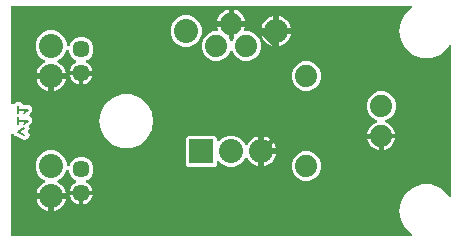
<source format=gbr>
G04 EAGLE Gerber RS-274X export*
G75*
%MOMM*%
%FSLAX34Y34*%
%LPD*%
%INBottom Copper*%
%IPPOS*%
%AMOC8*
5,1,8,0,0,1.08239X$1,22.5*%
G01*
%ADD10C,0.203200*%
%ADD11C,1.447800*%
%ADD12C,1.879600*%
%ADD13R,2.032000X2.032000*%
%ADD14C,2.032000*%
%ADD15C,0.406400*%

G36*
X342405Y4069D02*
X342405Y4069D01*
X342440Y4067D01*
X342562Y4089D01*
X342685Y4105D01*
X342718Y4118D01*
X342753Y4124D01*
X342865Y4176D01*
X342981Y4222D01*
X343009Y4242D01*
X343041Y4257D01*
X343138Y4336D01*
X343238Y4408D01*
X343261Y4436D01*
X343288Y4458D01*
X343361Y4558D01*
X343441Y4653D01*
X343456Y4685D01*
X343477Y4714D01*
X343523Y4829D01*
X343576Y4941D01*
X343583Y4976D01*
X343596Y5009D01*
X343613Y5132D01*
X343636Y5253D01*
X343634Y5289D01*
X343639Y5324D01*
X343624Y5447D01*
X343616Y5571D01*
X343605Y5605D01*
X343601Y5640D01*
X343556Y5756D01*
X343518Y5873D01*
X343499Y5903D01*
X343487Y5936D01*
X343414Y6037D01*
X343348Y6142D01*
X343322Y6166D01*
X343302Y6195D01*
X343185Y6306D01*
X338015Y10644D01*
X334029Y17549D01*
X332645Y25400D01*
X334029Y33251D01*
X338015Y40155D01*
X344122Y45280D01*
X351614Y48007D01*
X359586Y48007D01*
X367078Y45280D01*
X373185Y40156D01*
X374567Y37762D01*
X374655Y37646D01*
X374740Y37528D01*
X374751Y37519D01*
X374759Y37509D01*
X374873Y37418D01*
X374985Y37325D01*
X374998Y37319D01*
X375008Y37311D01*
X375142Y37251D01*
X375273Y37190D01*
X375286Y37187D01*
X375299Y37182D01*
X375443Y37157D01*
X375586Y37130D01*
X375599Y37131D01*
X375612Y37128D01*
X375758Y37141D01*
X375903Y37150D01*
X375916Y37154D01*
X375929Y37155D01*
X376067Y37203D01*
X376205Y37248D01*
X376217Y37255D01*
X376230Y37259D01*
X376351Y37340D01*
X376474Y37418D01*
X376483Y37428D01*
X376495Y37435D01*
X376592Y37543D01*
X376692Y37649D01*
X376699Y37661D01*
X376708Y37671D01*
X376775Y37801D01*
X376846Y37928D01*
X376849Y37941D01*
X376855Y37953D01*
X376889Y38095D01*
X376925Y38236D01*
X376926Y38254D01*
X376928Y38263D01*
X376928Y38280D01*
X376935Y38397D01*
X376935Y164803D01*
X376917Y164948D01*
X376902Y165093D01*
X376897Y165106D01*
X376895Y165119D01*
X376842Y165254D01*
X376791Y165391D01*
X376783Y165402D01*
X376778Y165415D01*
X376693Y165532D01*
X376610Y165652D01*
X376599Y165661D01*
X376592Y165672D01*
X376480Y165765D01*
X376369Y165860D01*
X376357Y165866D01*
X376347Y165875D01*
X376216Y165937D01*
X376084Y166002D01*
X376071Y166005D01*
X376059Y166010D01*
X375917Y166038D01*
X375773Y166068D01*
X375760Y166068D01*
X375747Y166070D01*
X375602Y166061D01*
X375456Y166055D01*
X375442Y166051D01*
X375429Y166050D01*
X375291Y166006D01*
X375151Y165963D01*
X375139Y165956D01*
X375127Y165952D01*
X375004Y165875D01*
X374879Y165799D01*
X374869Y165789D01*
X374858Y165782D01*
X374758Y165676D01*
X374656Y165572D01*
X374646Y165557D01*
X374640Y165551D01*
X374632Y165536D01*
X374567Y165438D01*
X373185Y163045D01*
X367078Y157920D01*
X359586Y155193D01*
X351614Y155193D01*
X344122Y157920D01*
X338015Y163044D01*
X334029Y169949D01*
X332645Y177800D01*
X334029Y185651D01*
X338015Y192555D01*
X343185Y196894D01*
X343209Y196920D01*
X343238Y196940D01*
X343317Y197036D01*
X343401Y197127D01*
X343418Y197158D01*
X343441Y197185D01*
X343494Y197298D01*
X343553Y197407D01*
X343561Y197441D01*
X343576Y197473D01*
X343599Y197595D01*
X343630Y197715D01*
X343629Y197751D01*
X343636Y197786D01*
X343628Y197909D01*
X343627Y198033D01*
X343618Y198068D01*
X343616Y198103D01*
X343578Y198221D01*
X343546Y198341D01*
X343529Y198372D01*
X343518Y198405D01*
X343452Y198510D01*
X343391Y198619D01*
X343367Y198644D01*
X343348Y198674D01*
X343258Y198759D01*
X343172Y198849D01*
X343142Y198868D01*
X343116Y198892D01*
X343008Y198952D01*
X342903Y199018D01*
X342869Y199029D01*
X342838Y199046D01*
X342718Y199077D01*
X342600Y199114D01*
X342564Y199116D01*
X342530Y199125D01*
X342369Y199135D01*
X5334Y199135D01*
X5216Y199120D01*
X5097Y199113D01*
X5059Y199100D01*
X5018Y199095D01*
X4908Y199052D01*
X4795Y199015D01*
X4760Y198993D01*
X4723Y198978D01*
X4627Y198909D01*
X4526Y198845D01*
X4498Y198815D01*
X4465Y198792D01*
X4389Y198700D01*
X4308Y198613D01*
X4288Y198578D01*
X4263Y198547D01*
X4212Y198439D01*
X4154Y198335D01*
X4144Y198295D01*
X4127Y198259D01*
X4105Y198142D01*
X4075Y198027D01*
X4071Y197967D01*
X4067Y197947D01*
X4069Y197926D01*
X4065Y197866D01*
X4065Y117021D01*
X4081Y116896D01*
X4087Y116791D01*
X4092Y116775D01*
X4095Y116745D01*
X4102Y116726D01*
X4105Y116705D01*
X4156Y116577D01*
X4165Y116550D01*
X4185Y116489D01*
X4190Y116481D01*
X4203Y116445D01*
X4214Y116429D01*
X4222Y116410D01*
X4303Y116297D01*
X4347Y116233D01*
X4355Y116220D01*
X4357Y116218D01*
X4381Y116182D01*
X4397Y116169D01*
X4408Y116152D01*
X4516Y116064D01*
X4620Y115972D01*
X4638Y115963D01*
X4653Y115950D01*
X4779Y115890D01*
X4903Y115827D01*
X4923Y115823D01*
X4941Y115814D01*
X5077Y115788D01*
X5213Y115758D01*
X5234Y115758D01*
X5253Y115754D01*
X5329Y115759D01*
X5334Y115759D01*
X5341Y115759D01*
X5357Y115761D01*
X5392Y115763D01*
X5531Y115767D01*
X5551Y115773D01*
X5571Y115774D01*
X5640Y115797D01*
X5656Y115799D01*
X5702Y115816D01*
X5703Y115817D01*
X5837Y115856D01*
X5854Y115866D01*
X5873Y115872D01*
X5925Y115905D01*
X5952Y115916D01*
X6011Y115959D01*
X6111Y116017D01*
X6132Y116036D01*
X6142Y116042D01*
X6156Y116057D01*
X6198Y116094D01*
X6210Y116102D01*
X6215Y116109D01*
X6231Y116124D01*
X8222Y118114D01*
X11590Y118114D01*
X13930Y115774D01*
X14008Y115714D01*
X14080Y115646D01*
X14133Y115617D01*
X14181Y115580D01*
X14272Y115540D01*
X14358Y115492D01*
X14417Y115477D01*
X14473Y115453D01*
X14571Y115438D01*
X14666Y115413D01*
X14766Y115407D01*
X14787Y115403D01*
X14799Y115405D01*
X14827Y115403D01*
X19725Y115403D01*
X20892Y114235D01*
X22106Y113022D01*
X22106Y109654D01*
X20560Y108109D01*
X20009Y107558D01*
X19936Y107464D01*
X19858Y107375D01*
X19839Y107339D01*
X19814Y107307D01*
X19767Y107197D01*
X19713Y107091D01*
X19704Y107052D01*
X19688Y107015D01*
X19669Y106897D01*
X19643Y106781D01*
X19644Y106741D01*
X19638Y106701D01*
X19649Y106582D01*
X19653Y106463D01*
X19664Y106424D01*
X19668Y106384D01*
X19708Y106272D01*
X19741Y106158D01*
X19762Y106123D01*
X19776Y106085D01*
X19842Y105986D01*
X19903Y105884D01*
X19943Y105839D01*
X19954Y105822D01*
X19969Y105808D01*
X20009Y105763D01*
X20892Y104880D01*
X22106Y103666D01*
X22106Y100299D01*
X20560Y98754D01*
X19611Y97805D01*
X19566Y97746D01*
X19513Y97694D01*
X19469Y97621D01*
X19416Y97553D01*
X19387Y97485D01*
X19348Y97421D01*
X19324Y97340D01*
X19290Y97262D01*
X19278Y97188D01*
X19257Y97117D01*
X19254Y97032D01*
X19240Y96948D01*
X19247Y96873D01*
X19244Y96799D01*
X19262Y96716D01*
X19270Y96631D01*
X19295Y96561D01*
X19311Y96488D01*
X19374Y96340D01*
X19718Y95651D01*
X18844Y93029D01*
X18842Y93020D01*
X18838Y93012D01*
X18811Y92865D01*
X18782Y92717D01*
X18782Y92708D01*
X18781Y92699D01*
X18791Y92550D01*
X18799Y92400D01*
X18802Y92391D01*
X18803Y92382D01*
X18844Y92226D01*
X19718Y89604D01*
X18212Y86592D01*
X15017Y85527D01*
X8427Y88822D01*
X8418Y88826D01*
X8410Y88831D01*
X8261Y88891D01*
X7006Y89310D01*
X6972Y89359D01*
X6889Y89484D01*
X6882Y89490D01*
X6877Y89497D01*
X6764Y89596D01*
X6652Y89696D01*
X6644Y89700D01*
X6637Y89706D01*
X6585Y89736D01*
X6538Y89878D01*
X6489Y89981D01*
X6446Y90087D01*
X6420Y90124D01*
X6401Y90164D01*
X6327Y90252D01*
X6260Y90345D01*
X6225Y90373D01*
X6196Y90408D01*
X6103Y90475D01*
X6015Y90548D01*
X5974Y90567D01*
X5937Y90593D01*
X5830Y90634D01*
X5727Y90683D01*
X5683Y90692D01*
X5641Y90708D01*
X5527Y90721D01*
X5414Y90743D01*
X5370Y90740D01*
X5325Y90745D01*
X5211Y90730D01*
X5097Y90723D01*
X5054Y90709D01*
X5010Y90703D01*
X4904Y90660D01*
X4795Y90625D01*
X4757Y90601D01*
X4715Y90584D01*
X4623Y90516D01*
X4526Y90455D01*
X4495Y90422D01*
X4459Y90396D01*
X4386Y90307D01*
X4308Y90223D01*
X4286Y90184D01*
X4258Y90149D01*
X4210Y90045D01*
X4154Y89945D01*
X4143Y89901D01*
X4124Y89861D01*
X4104Y89748D01*
X4075Y89637D01*
X4071Y89569D01*
X4067Y89548D01*
X4068Y89529D01*
X4065Y89476D01*
X4065Y5334D01*
X4080Y5216D01*
X4087Y5097D01*
X4100Y5059D01*
X4105Y5018D01*
X4148Y4908D01*
X4185Y4795D01*
X4207Y4760D01*
X4222Y4723D01*
X4291Y4627D01*
X4355Y4526D01*
X4385Y4498D01*
X4408Y4465D01*
X4500Y4389D01*
X4587Y4308D01*
X4622Y4288D01*
X4653Y4263D01*
X4761Y4212D01*
X4865Y4154D01*
X4905Y4144D01*
X4941Y4127D01*
X5058Y4105D01*
X5173Y4075D01*
X5233Y4071D01*
X5253Y4067D01*
X5274Y4069D01*
X5334Y4065D01*
X342369Y4065D01*
X342405Y4069D01*
G37*
%LPC*%
G36*
X97614Y78993D02*
X97614Y78993D01*
X90122Y81720D01*
X84015Y86844D01*
X80029Y93749D01*
X78645Y101600D01*
X80029Y109451D01*
X84015Y116355D01*
X90122Y121480D01*
X97614Y124207D01*
X105586Y124207D01*
X113078Y121480D01*
X119185Y116356D01*
X123171Y109451D01*
X124555Y101600D01*
X123171Y93749D01*
X119185Y86845D01*
X113078Y81720D01*
X105586Y78993D01*
X97614Y78993D01*
G37*
%LPD*%
%LPC*%
G36*
X153677Y62841D02*
X153677Y62841D01*
X151891Y64627D01*
X151891Y87473D01*
X153677Y89259D01*
X176523Y89259D01*
X178309Y87473D01*
X178309Y85603D01*
X178326Y85465D01*
X178339Y85327D01*
X178346Y85307D01*
X178349Y85287D01*
X178400Y85159D01*
X178447Y85027D01*
X178458Y85011D01*
X178466Y84992D01*
X178548Y84879D01*
X178625Y84764D01*
X178641Y84751D01*
X178652Y84734D01*
X178760Y84646D01*
X178864Y84554D01*
X178882Y84545D01*
X178897Y84532D01*
X179023Y84472D01*
X179147Y84409D01*
X179167Y84405D01*
X179185Y84396D01*
X179321Y84370D01*
X179457Y84339D01*
X179478Y84340D01*
X179497Y84336D01*
X179636Y84345D01*
X179775Y84349D01*
X179795Y84355D01*
X179815Y84356D01*
X179947Y84399D01*
X180081Y84438D01*
X180098Y84448D01*
X180117Y84454D01*
X180235Y84529D01*
X180355Y84599D01*
X180376Y84618D01*
X180386Y84624D01*
X180400Y84639D01*
X180475Y84705D01*
X183018Y87248D01*
X187873Y89259D01*
X193127Y89259D01*
X197982Y87248D01*
X201698Y83532D01*
X202330Y82005D01*
X202375Y81927D01*
X202410Y81845D01*
X202453Y81790D01*
X202488Y81729D01*
X202550Y81665D01*
X202605Y81594D01*
X202660Y81551D01*
X202709Y81501D01*
X202786Y81454D01*
X202856Y81399D01*
X202920Y81371D01*
X202980Y81334D01*
X203066Y81308D01*
X203148Y81272D01*
X203217Y81261D01*
X203284Y81241D01*
X203374Y81236D01*
X203462Y81222D01*
X203532Y81229D01*
X203602Y81226D01*
X203689Y81244D01*
X203779Y81252D01*
X203845Y81276D01*
X203913Y81290D01*
X203994Y81329D01*
X204078Y81359D01*
X204136Y81399D01*
X204199Y81430D01*
X204267Y81488D01*
X204341Y81538D01*
X204388Y81590D01*
X204441Y81636D01*
X204493Y81709D01*
X204552Y81776D01*
X204616Y81884D01*
X204624Y81896D01*
X204627Y81902D01*
X204634Y81915D01*
X205037Y82707D01*
X206212Y84324D01*
X207626Y85738D01*
X209243Y86913D01*
X211025Y87820D01*
X212926Y88438D01*
X213361Y88507D01*
X213361Y77320D01*
X213376Y77202D01*
X213383Y77083D01*
X213396Y77045D01*
X213401Y77005D01*
X213444Y76894D01*
X213481Y76781D01*
X213503Y76747D01*
X213518Y76709D01*
X213588Y76613D01*
X213651Y76512D01*
X213681Y76484D01*
X213704Y76452D01*
X213796Y76376D01*
X213883Y76294D01*
X213918Y76275D01*
X213949Y76249D01*
X214057Y76198D01*
X214161Y76141D01*
X214201Y76130D01*
X214237Y76113D01*
X214354Y76091D01*
X214469Y76061D01*
X214530Y76057D01*
X214550Y76053D01*
X214570Y76055D01*
X214630Y76051D01*
X215901Y76051D01*
X215901Y76049D01*
X214630Y76049D01*
X214512Y76034D01*
X214393Y76027D01*
X214355Y76014D01*
X214314Y76009D01*
X214204Y75965D01*
X214091Y75929D01*
X214056Y75907D01*
X214019Y75892D01*
X213923Y75822D01*
X213822Y75759D01*
X213794Y75729D01*
X213761Y75705D01*
X213686Y75614D01*
X213604Y75527D01*
X213584Y75492D01*
X213559Y75460D01*
X213508Y75353D01*
X213450Y75248D01*
X213440Y75209D01*
X213423Y75173D01*
X213401Y75056D01*
X213371Y74941D01*
X213367Y74880D01*
X213363Y74860D01*
X213365Y74840D01*
X213361Y74780D01*
X213361Y63593D01*
X212926Y63662D01*
X211025Y64280D01*
X209243Y65187D01*
X207626Y66362D01*
X206212Y67776D01*
X205037Y69393D01*
X204634Y70185D01*
X204584Y70259D01*
X204542Y70338D01*
X204495Y70390D01*
X204455Y70448D01*
X204388Y70508D01*
X204328Y70574D01*
X204269Y70612D01*
X204217Y70659D01*
X204137Y70699D01*
X204062Y70749D01*
X203996Y70771D01*
X203933Y70803D01*
X203846Y70823D01*
X203761Y70852D01*
X203691Y70857D01*
X203623Y70873D01*
X203534Y70870D01*
X203444Y70877D01*
X203375Y70865D01*
X203305Y70863D01*
X203219Y70838D01*
X203131Y70823D01*
X203067Y70794D01*
X203000Y70774D01*
X202923Y70729D01*
X202841Y70692D01*
X202786Y70648D01*
X202726Y70613D01*
X202662Y70549D01*
X202592Y70493D01*
X202550Y70437D01*
X202501Y70388D01*
X202455Y70311D01*
X202401Y70239D01*
X202346Y70127D01*
X202339Y70114D01*
X202337Y70108D01*
X202330Y70095D01*
X201698Y68568D01*
X197982Y64852D01*
X193127Y62841D01*
X187873Y62841D01*
X183018Y64852D01*
X180475Y67395D01*
X180366Y67480D01*
X180259Y67568D01*
X180240Y67577D01*
X180224Y67589D01*
X180096Y67645D01*
X179971Y67704D01*
X179951Y67708D01*
X179932Y67716D01*
X179794Y67738D01*
X179658Y67764D01*
X179638Y67762D01*
X179618Y67766D01*
X179479Y67753D01*
X179341Y67744D01*
X179322Y67738D01*
X179302Y67736D01*
X179170Y67689D01*
X179039Y67646D01*
X179021Y67635D01*
X179002Y67628D01*
X178887Y67550D01*
X178770Y67476D01*
X178756Y67461D01*
X178739Y67450D01*
X178647Y67345D01*
X178552Y67244D01*
X178542Y67226D01*
X178529Y67211D01*
X178465Y67087D01*
X178398Y66966D01*
X178393Y66946D01*
X178384Y66928D01*
X178354Y66792D01*
X178319Y66658D01*
X178317Y66630D01*
X178314Y66618D01*
X178315Y66597D01*
X178309Y66497D01*
X178309Y64627D01*
X176523Y62841D01*
X153677Y62841D01*
G37*
%LPD*%
%LPC*%
G36*
X38099Y139699D02*
X38099Y139699D01*
X38099Y140970D01*
X38084Y141088D01*
X38077Y141207D01*
X38064Y141245D01*
X38059Y141285D01*
X38015Y141396D01*
X37979Y141509D01*
X37957Y141544D01*
X37942Y141581D01*
X37872Y141677D01*
X37809Y141778D01*
X37779Y141806D01*
X37755Y141839D01*
X37664Y141914D01*
X37577Y141996D01*
X37542Y142016D01*
X37510Y142041D01*
X37403Y142092D01*
X37298Y142150D01*
X37259Y142160D01*
X37223Y142177D01*
X37106Y142199D01*
X36991Y142229D01*
X36930Y142233D01*
X36910Y142237D01*
X36890Y142235D01*
X36830Y142239D01*
X25643Y142239D01*
X25712Y142674D01*
X26330Y144575D01*
X27237Y146357D01*
X28412Y147974D01*
X29826Y149388D01*
X31443Y150563D01*
X32235Y150966D01*
X32309Y151016D01*
X32388Y151058D01*
X32440Y151105D01*
X32498Y151145D01*
X32558Y151212D01*
X32624Y151272D01*
X32662Y151331D01*
X32709Y151383D01*
X32749Y151463D01*
X32799Y151538D01*
X32821Y151604D01*
X32853Y151667D01*
X32873Y151754D01*
X32902Y151839D01*
X32907Y151909D01*
X32923Y151977D01*
X32920Y152066D01*
X32927Y152156D01*
X32915Y152225D01*
X32913Y152295D01*
X32888Y152381D01*
X32873Y152469D01*
X32844Y152533D01*
X32824Y152600D01*
X32779Y152677D01*
X32742Y152759D01*
X32698Y152814D01*
X32663Y152874D01*
X32599Y152938D01*
X32543Y153008D01*
X32487Y153050D01*
X32438Y153099D01*
X32361Y153145D01*
X32289Y153199D01*
X32177Y153254D01*
X32164Y153261D01*
X32158Y153263D01*
X32145Y153270D01*
X30618Y153902D01*
X26902Y157618D01*
X24891Y162473D01*
X24891Y167727D01*
X26902Y172582D01*
X30618Y176298D01*
X35473Y178309D01*
X40727Y178309D01*
X45582Y176298D01*
X49298Y172582D01*
X51309Y167727D01*
X51309Y166232D01*
X51317Y166163D01*
X51316Y166093D01*
X51337Y166005D01*
X51349Y165916D01*
X51374Y165851D01*
X51391Y165783D01*
X51433Y165704D01*
X51466Y165621D01*
X51507Y165564D01*
X51539Y165502D01*
X51600Y165436D01*
X51652Y165363D01*
X51706Y165319D01*
X51753Y165267D01*
X51828Y165218D01*
X51897Y165160D01*
X51961Y165131D01*
X52019Y165092D01*
X52104Y165063D01*
X52185Y165025D01*
X52254Y165012D01*
X52320Y164989D01*
X52409Y164982D01*
X52497Y164965D01*
X52567Y164969D01*
X52637Y164964D01*
X52725Y164979D01*
X52815Y164985D01*
X52881Y165006D01*
X52950Y165018D01*
X53032Y165055D01*
X53117Y165083D01*
X53176Y165120D01*
X53240Y165149D01*
X53310Y165205D01*
X53386Y165253D01*
X53434Y165304D01*
X53488Y165347D01*
X53543Y165419D01*
X53604Y165485D01*
X53638Y165546D01*
X53680Y165601D01*
X53751Y165746D01*
X54778Y168228D01*
X57672Y171122D01*
X61454Y172688D01*
X65546Y172688D01*
X69328Y171122D01*
X72222Y168228D01*
X73788Y164446D01*
X73788Y160354D01*
X72222Y156572D01*
X69328Y153678D01*
X68329Y153265D01*
X68252Y153221D01*
X68169Y153185D01*
X68114Y153142D01*
X68053Y153107D01*
X67989Y153045D01*
X67918Y152990D01*
X67875Y152935D01*
X67825Y152886D01*
X67778Y152810D01*
X67723Y152739D01*
X67695Y152675D01*
X67658Y152615D01*
X67632Y152529D01*
X67596Y152447D01*
X67585Y152378D01*
X67565Y152311D01*
X67561Y152222D01*
X67546Y152133D01*
X67553Y152064D01*
X67550Y151993D01*
X67568Y151906D01*
X67576Y151817D01*
X67600Y151751D01*
X67614Y151682D01*
X67653Y151602D01*
X67684Y151517D01*
X67723Y151459D01*
X67754Y151396D01*
X67812Y151328D01*
X67862Y151254D01*
X67915Y151208D01*
X67960Y151154D01*
X68033Y151103D01*
X68100Y151044D01*
X68208Y150980D01*
X68220Y150971D01*
X68226Y150969D01*
X68239Y150961D01*
X68626Y150764D01*
X69871Y149860D01*
X70960Y148771D01*
X71864Y147526D01*
X72563Y146154D01*
X73039Y144690D01*
X73125Y144149D01*
X63980Y144149D01*
X63862Y144134D01*
X63743Y144127D01*
X63705Y144114D01*
X63665Y144109D01*
X63554Y144066D01*
X63506Y144050D01*
X63488Y144060D01*
X63449Y144070D01*
X63413Y144087D01*
X63296Y144109D01*
X63180Y144139D01*
X63120Y144143D01*
X63100Y144147D01*
X63080Y144145D01*
X63020Y144149D01*
X53875Y144149D01*
X53961Y144690D01*
X54437Y146154D01*
X55136Y147526D01*
X56040Y148771D01*
X57129Y149860D01*
X58374Y150764D01*
X58761Y150961D01*
X58835Y151012D01*
X58914Y151054D01*
X58966Y151101D01*
X59024Y151140D01*
X59083Y151207D01*
X59150Y151268D01*
X59188Y151326D01*
X59235Y151379D01*
X59275Y151459D01*
X59324Y151533D01*
X59347Y151600D01*
X59379Y151662D01*
X59399Y151749D01*
X59428Y151834D01*
X59433Y151904D01*
X59448Y151972D01*
X59446Y152062D01*
X59453Y152151D01*
X59441Y152220D01*
X59439Y152290D01*
X59414Y152376D01*
X59398Y152464D01*
X59370Y152528D01*
X59350Y152596D01*
X59305Y152673D01*
X59268Y152754D01*
X59224Y152809D01*
X59188Y152870D01*
X59125Y152933D01*
X59069Y153003D01*
X59013Y153045D01*
X58964Y153095D01*
X58887Y153140D01*
X58815Y153194D01*
X58703Y153249D01*
X58690Y153257D01*
X58684Y153259D01*
X58671Y153265D01*
X57672Y153678D01*
X54778Y156572D01*
X53212Y160354D01*
X53212Y160687D01*
X53204Y160756D01*
X53205Y160826D01*
X53184Y160914D01*
X53172Y161003D01*
X53147Y161068D01*
X53130Y161136D01*
X53088Y161215D01*
X53055Y161298D01*
X53014Y161355D01*
X52982Y161417D01*
X52921Y161483D01*
X52869Y161556D01*
X52815Y161600D01*
X52768Y161652D01*
X52693Y161701D01*
X52624Y161759D01*
X52560Y161788D01*
X52502Y161827D01*
X52417Y161856D01*
X52336Y161894D01*
X52267Y161907D01*
X52201Y161930D01*
X52112Y161937D01*
X52024Y161954D01*
X51954Y161950D01*
X51884Y161955D01*
X51796Y161940D01*
X51706Y161934D01*
X51640Y161913D01*
X51571Y161901D01*
X51489Y161864D01*
X51404Y161836D01*
X51345Y161799D01*
X51281Y161770D01*
X51211Y161714D01*
X51135Y161666D01*
X51087Y161615D01*
X51033Y161572D01*
X50978Y161500D01*
X50917Y161434D01*
X50883Y161373D01*
X50841Y161317D01*
X50770Y161173D01*
X49298Y157618D01*
X45582Y153902D01*
X44055Y153270D01*
X43977Y153225D01*
X43895Y153190D01*
X43840Y153147D01*
X43779Y153112D01*
X43715Y153050D01*
X43644Y152995D01*
X43601Y152940D01*
X43551Y152891D01*
X43504Y152814D01*
X43449Y152744D01*
X43421Y152680D01*
X43384Y152620D01*
X43358Y152534D01*
X43322Y152452D01*
X43311Y152383D01*
X43291Y152316D01*
X43286Y152226D01*
X43272Y152138D01*
X43279Y152068D01*
X43276Y151998D01*
X43294Y151911D01*
X43302Y151821D01*
X43326Y151755D01*
X43340Y151687D01*
X43379Y151606D01*
X43409Y151522D01*
X43449Y151464D01*
X43480Y151401D01*
X43538Y151333D01*
X43588Y151259D01*
X43640Y151212D01*
X43686Y151159D01*
X43759Y151107D01*
X43826Y151048D01*
X43934Y150984D01*
X43946Y150976D01*
X43952Y150973D01*
X43965Y150966D01*
X44757Y150563D01*
X46374Y149388D01*
X47788Y147974D01*
X48963Y146357D01*
X49870Y144575D01*
X50488Y142674D01*
X50557Y142239D01*
X39370Y142239D01*
X39252Y142224D01*
X39133Y142217D01*
X39095Y142204D01*
X39055Y142199D01*
X38944Y142156D01*
X38831Y142119D01*
X38797Y142097D01*
X38759Y142082D01*
X38663Y142012D01*
X38562Y141949D01*
X38534Y141919D01*
X38502Y141895D01*
X38426Y141804D01*
X38344Y141717D01*
X38325Y141682D01*
X38299Y141651D01*
X38248Y141543D01*
X38191Y141439D01*
X38180Y141399D01*
X38163Y141363D01*
X38141Y141246D01*
X38111Y141131D01*
X38107Y141070D01*
X38103Y141050D01*
X38105Y141030D01*
X38101Y140970D01*
X38101Y139699D01*
X38099Y139699D01*
G37*
%LPD*%
%LPC*%
G36*
X38099Y38099D02*
X38099Y38099D01*
X38099Y39370D01*
X38084Y39488D01*
X38077Y39607D01*
X38064Y39645D01*
X38059Y39685D01*
X38015Y39796D01*
X37979Y39909D01*
X37957Y39944D01*
X37942Y39981D01*
X37872Y40077D01*
X37809Y40178D01*
X37779Y40206D01*
X37755Y40239D01*
X37664Y40314D01*
X37577Y40396D01*
X37542Y40416D01*
X37510Y40441D01*
X37403Y40492D01*
X37298Y40550D01*
X37259Y40560D01*
X37223Y40577D01*
X37106Y40599D01*
X36991Y40629D01*
X36930Y40633D01*
X36910Y40637D01*
X36890Y40635D01*
X36830Y40639D01*
X25643Y40639D01*
X25712Y41074D01*
X26330Y42975D01*
X27237Y44757D01*
X28412Y46374D01*
X29826Y47788D01*
X31443Y48963D01*
X32235Y49366D01*
X32309Y49416D01*
X32388Y49458D01*
X32440Y49505D01*
X32498Y49545D01*
X32558Y49612D01*
X32624Y49672D01*
X32662Y49731D01*
X32709Y49783D01*
X32749Y49863D01*
X32799Y49938D01*
X32821Y50004D01*
X32853Y50067D01*
X32873Y50154D01*
X32902Y50239D01*
X32907Y50309D01*
X32923Y50377D01*
X32920Y50466D01*
X32927Y50556D01*
X32915Y50625D01*
X32913Y50695D01*
X32888Y50781D01*
X32873Y50869D01*
X32844Y50933D01*
X32824Y51000D01*
X32779Y51077D01*
X32742Y51159D01*
X32698Y51214D01*
X32663Y51274D01*
X32599Y51338D01*
X32543Y51408D01*
X32487Y51450D01*
X32438Y51499D01*
X32361Y51545D01*
X32289Y51599D01*
X32177Y51654D01*
X32164Y51661D01*
X32158Y51663D01*
X32145Y51670D01*
X30618Y52302D01*
X26902Y56018D01*
X24891Y60873D01*
X24891Y66127D01*
X26902Y70982D01*
X30618Y74698D01*
X35473Y76709D01*
X40727Y76709D01*
X45582Y74698D01*
X49298Y70982D01*
X51309Y66127D01*
X51309Y64632D01*
X51317Y64563D01*
X51316Y64493D01*
X51337Y64405D01*
X51349Y64316D01*
X51374Y64251D01*
X51391Y64183D01*
X51433Y64104D01*
X51466Y64020D01*
X51507Y63964D01*
X51539Y63902D01*
X51600Y63836D01*
X51652Y63763D01*
X51706Y63719D01*
X51753Y63667D01*
X51828Y63618D01*
X51897Y63560D01*
X51961Y63531D01*
X52019Y63492D01*
X52104Y63463D01*
X52185Y63425D01*
X52254Y63412D01*
X52320Y63389D01*
X52409Y63382D01*
X52497Y63365D01*
X52567Y63369D01*
X52637Y63364D01*
X52725Y63379D01*
X52815Y63385D01*
X52881Y63406D01*
X52950Y63418D01*
X53032Y63455D01*
X53117Y63483D01*
X53176Y63520D01*
X53240Y63549D01*
X53310Y63605D01*
X53386Y63653D01*
X53434Y63704D01*
X53488Y63747D01*
X53543Y63819D01*
X53604Y63885D01*
X53638Y63946D01*
X53680Y64001D01*
X53751Y64146D01*
X54779Y66628D01*
X57672Y69522D01*
X61454Y71088D01*
X65546Y71088D01*
X69328Y69522D01*
X72222Y66628D01*
X73788Y62846D01*
X73788Y58754D01*
X72222Y54972D01*
X69328Y52078D01*
X68329Y51665D01*
X68252Y51621D01*
X68169Y51585D01*
X68114Y51542D01*
X68053Y51507D01*
X67989Y51445D01*
X67918Y51390D01*
X67875Y51335D01*
X67825Y51286D01*
X67778Y51210D01*
X67723Y51139D01*
X67695Y51075D01*
X67658Y51015D01*
X67632Y50930D01*
X67596Y50847D01*
X67585Y50778D01*
X67565Y50711D01*
X67561Y50622D01*
X67546Y50533D01*
X67553Y50464D01*
X67550Y50394D01*
X67568Y50306D01*
X67576Y50217D01*
X67600Y50151D01*
X67614Y50082D01*
X67653Y50002D01*
X67684Y49917D01*
X67723Y49859D01*
X67754Y49796D01*
X67812Y49728D01*
X67862Y49654D01*
X67915Y49608D01*
X67960Y49554D01*
X68033Y49503D01*
X68100Y49443D01*
X68208Y49380D01*
X68220Y49371D01*
X68227Y49369D01*
X68239Y49361D01*
X68626Y49164D01*
X69871Y48260D01*
X70960Y47171D01*
X71864Y45926D01*
X72563Y44554D01*
X73039Y43090D01*
X73125Y42549D01*
X63980Y42549D01*
X63862Y42534D01*
X63743Y42527D01*
X63705Y42514D01*
X63665Y42509D01*
X63554Y42466D01*
X63506Y42450D01*
X63488Y42460D01*
X63449Y42470D01*
X63413Y42487D01*
X63296Y42509D01*
X63180Y42539D01*
X63120Y42543D01*
X63100Y42547D01*
X63080Y42545D01*
X63020Y42549D01*
X53875Y42549D01*
X53961Y43090D01*
X54437Y44554D01*
X55136Y45926D01*
X56040Y47171D01*
X57129Y48260D01*
X58374Y49164D01*
X58761Y49361D01*
X58835Y49412D01*
X58914Y49454D01*
X58966Y49501D01*
X59024Y49540D01*
X59083Y49607D01*
X59150Y49668D01*
X59188Y49726D01*
X59235Y49779D01*
X59275Y49859D01*
X59324Y49933D01*
X59347Y49999D01*
X59379Y50062D01*
X59399Y50150D01*
X59428Y50234D01*
X59433Y50304D01*
X59449Y50372D01*
X59446Y50462D01*
X59453Y50551D01*
X59441Y50620D01*
X59439Y50690D01*
X59414Y50776D01*
X59398Y50864D01*
X59370Y50928D01*
X59350Y50996D01*
X59305Y51073D01*
X59268Y51154D01*
X59224Y51209D01*
X59188Y51270D01*
X59125Y51333D01*
X59069Y51403D01*
X59013Y51445D01*
X58964Y51495D01*
X58887Y51540D01*
X58815Y51594D01*
X58703Y51649D01*
X58690Y51657D01*
X58684Y51659D01*
X58671Y51665D01*
X57672Y52078D01*
X54778Y54972D01*
X53212Y58754D01*
X53212Y59087D01*
X53204Y59156D01*
X53205Y59226D01*
X53184Y59314D01*
X53172Y59403D01*
X53147Y59468D01*
X53130Y59536D01*
X53088Y59615D01*
X53055Y59698D01*
X53014Y59755D01*
X52982Y59817D01*
X52921Y59883D01*
X52869Y59956D01*
X52815Y60000D01*
X52768Y60052D01*
X52693Y60101D01*
X52624Y60159D01*
X52560Y60188D01*
X52502Y60227D01*
X52417Y60256D01*
X52336Y60294D01*
X52267Y60307D01*
X52201Y60330D01*
X52112Y60337D01*
X52024Y60354D01*
X51954Y60350D01*
X51884Y60355D01*
X51796Y60340D01*
X51706Y60334D01*
X51640Y60313D01*
X51571Y60301D01*
X51489Y60264D01*
X51404Y60236D01*
X51345Y60199D01*
X51281Y60170D01*
X51211Y60114D01*
X51135Y60066D01*
X51087Y60015D01*
X51033Y59972D01*
X50978Y59900D01*
X50917Y59834D01*
X50883Y59773D01*
X50841Y59717D01*
X50770Y59573D01*
X49298Y56018D01*
X45582Y52302D01*
X44055Y51670D01*
X43977Y51625D01*
X43895Y51590D01*
X43840Y51547D01*
X43779Y51512D01*
X43715Y51450D01*
X43644Y51395D01*
X43601Y51340D01*
X43551Y51291D01*
X43504Y51214D01*
X43449Y51144D01*
X43421Y51080D01*
X43384Y51020D01*
X43358Y50934D01*
X43322Y50852D01*
X43311Y50783D01*
X43291Y50716D01*
X43286Y50626D01*
X43272Y50538D01*
X43279Y50468D01*
X43276Y50398D01*
X43294Y50311D01*
X43302Y50221D01*
X43326Y50155D01*
X43340Y50087D01*
X43379Y50006D01*
X43409Y49922D01*
X43449Y49864D01*
X43480Y49801D01*
X43538Y49733D01*
X43588Y49659D01*
X43640Y49612D01*
X43686Y49559D01*
X43759Y49507D01*
X43826Y49448D01*
X43934Y49384D01*
X43946Y49376D01*
X43952Y49373D01*
X43965Y49366D01*
X44757Y48963D01*
X46374Y47788D01*
X47788Y46374D01*
X48963Y44757D01*
X49870Y42975D01*
X50488Y41074D01*
X50557Y40639D01*
X39370Y40639D01*
X39252Y40624D01*
X39133Y40617D01*
X39095Y40604D01*
X39055Y40599D01*
X38944Y40556D01*
X38831Y40519D01*
X38797Y40497D01*
X38759Y40482D01*
X38663Y40412D01*
X38562Y40349D01*
X38534Y40319D01*
X38502Y40295D01*
X38426Y40204D01*
X38344Y40117D01*
X38325Y40082D01*
X38299Y40051D01*
X38248Y39943D01*
X38191Y39839D01*
X38180Y39799D01*
X38163Y39763D01*
X38141Y39646D01*
X38111Y39531D01*
X38107Y39470D01*
X38103Y39450D01*
X38105Y39430D01*
X38101Y39370D01*
X38101Y38099D01*
X38099Y38099D01*
G37*
%LPD*%
%LPC*%
G36*
X175324Y152653D02*
X175324Y152653D01*
X170750Y154548D01*
X167248Y158050D01*
X165353Y162624D01*
X165353Y167576D01*
X167248Y172150D01*
X170750Y175652D01*
X175324Y177547D01*
X178394Y177547D01*
X178493Y177559D01*
X178592Y177562D01*
X178650Y177579D01*
X178710Y177587D01*
X178802Y177623D01*
X178897Y177651D01*
X178949Y177681D01*
X179005Y177704D01*
X179086Y177762D01*
X179171Y177813D01*
X179214Y177855D01*
X179263Y177890D01*
X179326Y177967D01*
X179396Y178037D01*
X179427Y178089D01*
X179466Y178135D01*
X179508Y178225D01*
X179559Y178311D01*
X179575Y178369D01*
X179601Y178423D01*
X179620Y178521D01*
X179648Y178616D01*
X179650Y178676D01*
X179661Y178735D01*
X179655Y178835D01*
X179658Y178934D01*
X179645Y178993D01*
X179641Y179053D01*
X179610Y179147D01*
X179589Y179244D01*
X179549Y179336D01*
X179543Y179355D01*
X179536Y179366D01*
X179525Y179392D01*
X179436Y179567D01*
X178855Y181354D01*
X178734Y182119D01*
X188469Y182119D01*
X188469Y172121D01*
X188470Y172112D01*
X188469Y172102D01*
X188490Y171954D01*
X188509Y171805D01*
X188512Y171797D01*
X188513Y171787D01*
X188565Y171635D01*
X189327Y169795D01*
X189396Y169675D01*
X189461Y169552D01*
X189475Y169537D01*
X189485Y169519D01*
X189582Y169419D01*
X189675Y169316D01*
X189692Y169305D01*
X189706Y169291D01*
X189825Y169218D01*
X189941Y169142D01*
X189960Y169135D01*
X189977Y169124D01*
X190110Y169084D01*
X190242Y169038D01*
X190262Y169037D01*
X190281Y169031D01*
X190420Y169024D01*
X190559Y169013D01*
X190579Y169017D01*
X190599Y169016D01*
X190735Y169044D01*
X190872Y169068D01*
X190891Y169076D01*
X190910Y169080D01*
X191036Y169141D01*
X191162Y169198D01*
X191178Y169211D01*
X191196Y169220D01*
X191302Y169310D01*
X191410Y169397D01*
X191423Y169413D01*
X191438Y169426D01*
X191518Y169540D01*
X191602Y169651D01*
X191614Y169676D01*
X191621Y169686D01*
X191628Y169705D01*
X191673Y169795D01*
X192435Y171635D01*
X192437Y171644D01*
X192442Y171652D01*
X192479Y171797D01*
X192519Y171942D01*
X192519Y171951D01*
X192521Y171960D01*
X192531Y172121D01*
X192531Y182119D01*
X202266Y182119D01*
X202145Y181354D01*
X201564Y179567D01*
X201475Y179392D01*
X201441Y179299D01*
X201399Y179209D01*
X201388Y179150D01*
X201367Y179093D01*
X201358Y178994D01*
X201339Y178896D01*
X201343Y178836D01*
X201337Y178776D01*
X201353Y178678D01*
X201359Y178579D01*
X201377Y178522D01*
X201387Y178462D01*
X201426Y178371D01*
X201457Y178277D01*
X201489Y178226D01*
X201513Y178170D01*
X201574Y178092D01*
X201627Y178008D01*
X201671Y177966D01*
X201708Y177919D01*
X201786Y177858D01*
X201859Y177790D01*
X201911Y177761D01*
X201959Y177724D01*
X202050Y177684D01*
X202137Y177636D01*
X202195Y177621D01*
X202251Y177597D01*
X202349Y177582D01*
X202445Y177557D01*
X202545Y177551D01*
X202565Y177547D01*
X202577Y177549D01*
X202606Y177547D01*
X205676Y177547D01*
X210250Y175652D01*
X213752Y172150D01*
X215647Y167576D01*
X215647Y162624D01*
X213752Y158050D01*
X210250Y154548D01*
X205676Y152653D01*
X200724Y152653D01*
X196150Y154548D01*
X192648Y158050D01*
X191673Y160405D01*
X191604Y160525D01*
X191539Y160648D01*
X191525Y160663D01*
X191515Y160681D01*
X191418Y160781D01*
X191325Y160884D01*
X191308Y160895D01*
X191294Y160909D01*
X191176Y160982D01*
X191059Y161058D01*
X191040Y161065D01*
X191023Y161076D01*
X190890Y161116D01*
X190758Y161162D01*
X190738Y161163D01*
X190719Y161169D01*
X190580Y161176D01*
X190441Y161187D01*
X190421Y161183D01*
X190401Y161184D01*
X190265Y161156D01*
X190128Y161132D01*
X190109Y161124D01*
X190090Y161120D01*
X189965Y161059D01*
X189838Y161002D01*
X189822Y160989D01*
X189804Y160980D01*
X189698Y160890D01*
X189590Y160803D01*
X189577Y160787D01*
X189562Y160774D01*
X189482Y160660D01*
X189398Y160549D01*
X189386Y160524D01*
X189379Y160514D01*
X189372Y160495D01*
X189327Y160405D01*
X188352Y158050D01*
X184850Y154548D01*
X180276Y152653D01*
X175324Y152653D01*
G37*
%LPD*%
%LPC*%
G36*
X317485Y90688D02*
X317485Y90688D01*
X317450Y90708D01*
X317418Y90733D01*
X317311Y90784D01*
X317206Y90842D01*
X317167Y90852D01*
X317131Y90869D01*
X317014Y90891D01*
X316898Y90921D01*
X316838Y90925D01*
X316818Y90929D01*
X316798Y90927D01*
X316738Y90931D01*
X305734Y90931D01*
X305855Y91696D01*
X306436Y93483D01*
X307289Y95157D01*
X308394Y96678D01*
X309722Y98006D01*
X311243Y99111D01*
X312917Y99964D01*
X313382Y100115D01*
X313409Y100128D01*
X313438Y100135D01*
X313552Y100195D01*
X313670Y100250D01*
X313693Y100269D01*
X313719Y100283D01*
X313815Y100370D01*
X313915Y100453D01*
X313932Y100477D01*
X313954Y100497D01*
X314026Y100606D01*
X314102Y100710D01*
X314113Y100738D01*
X314129Y100763D01*
X314171Y100886D01*
X314219Y101006D01*
X314223Y101036D01*
X314232Y101064D01*
X314243Y101193D01*
X314259Y101321D01*
X314255Y101351D01*
X314258Y101381D01*
X314235Y101509D01*
X314219Y101637D01*
X314208Y101665D01*
X314203Y101694D01*
X314150Y101812D01*
X314102Y101933D01*
X314085Y101957D01*
X314073Y101984D01*
X313992Y102085D01*
X313916Y102190D01*
X313893Y102209D01*
X313874Y102233D01*
X313770Y102311D01*
X313671Y102393D01*
X313644Y102406D01*
X313620Y102424D01*
X313475Y102495D01*
X310450Y103748D01*
X306948Y107250D01*
X305053Y111824D01*
X305053Y116776D01*
X306948Y121350D01*
X310450Y124852D01*
X315024Y126747D01*
X319976Y126747D01*
X324550Y124852D01*
X328052Y121350D01*
X329947Y116776D01*
X329947Y111824D01*
X328052Y107250D01*
X324550Y103748D01*
X321525Y102495D01*
X321499Y102480D01*
X321470Y102471D01*
X321361Y102401D01*
X321248Y102337D01*
X321227Y102316D01*
X321202Y102300D01*
X321113Y102206D01*
X321020Y102116D01*
X321004Y102090D01*
X320984Y102069D01*
X320921Y101955D01*
X320854Y101845D01*
X320845Y101816D01*
X320831Y101790D01*
X320798Y101665D01*
X320760Y101541D01*
X320759Y101511D01*
X320751Y101482D01*
X320751Y101352D01*
X320745Y101223D01*
X320751Y101194D01*
X320751Y101164D01*
X320783Y101039D01*
X320809Y100912D01*
X320822Y100885D01*
X320830Y100856D01*
X320892Y100743D01*
X320949Y100626D01*
X320968Y100603D01*
X320983Y100577D01*
X321071Y100483D01*
X321155Y100384D01*
X321180Y100367D01*
X321200Y100345D01*
X321309Y100276D01*
X321415Y100201D01*
X321443Y100190D01*
X321469Y100174D01*
X321618Y100115D01*
X322083Y99964D01*
X323757Y99111D01*
X325278Y98006D01*
X326606Y96678D01*
X327711Y95157D01*
X328564Y93483D01*
X329145Y91696D01*
X329266Y90931D01*
X318262Y90931D01*
X318144Y90916D01*
X318025Y90909D01*
X317987Y90896D01*
X317947Y90891D01*
X317836Y90848D01*
X317723Y90811D01*
X317689Y90789D01*
X317651Y90774D01*
X317555Y90705D01*
X317503Y90671D01*
X317485Y90688D01*
G37*
%LPD*%
%LPC*%
G36*
X149773Y164591D02*
X149773Y164591D01*
X144918Y166602D01*
X141202Y170318D01*
X139191Y175173D01*
X139191Y180427D01*
X141202Y185282D01*
X144918Y188998D01*
X149773Y191009D01*
X155027Y191009D01*
X159882Y188998D01*
X163598Y185282D01*
X165609Y180427D01*
X165609Y175173D01*
X163598Y170318D01*
X159882Y166602D01*
X155027Y164591D01*
X149773Y164591D01*
G37*
%LPD*%
%LPC*%
G36*
X251524Y127253D02*
X251524Y127253D01*
X246950Y129148D01*
X243448Y132650D01*
X241553Y137224D01*
X241553Y142176D01*
X243448Y146750D01*
X246950Y150252D01*
X251524Y152147D01*
X256476Y152147D01*
X261050Y150252D01*
X264552Y146750D01*
X266447Y142176D01*
X266447Y137224D01*
X264552Y132650D01*
X261050Y129148D01*
X256476Y127253D01*
X251524Y127253D01*
G37*
%LPD*%
%LPC*%
G36*
X251524Y51053D02*
X251524Y51053D01*
X246950Y52948D01*
X243448Y56450D01*
X241553Y61024D01*
X241553Y65976D01*
X243448Y70550D01*
X246950Y74052D01*
X251524Y75947D01*
X256476Y75947D01*
X261050Y74052D01*
X264552Y70550D01*
X266447Y65976D01*
X266447Y61024D01*
X264552Y56450D01*
X261050Y52948D01*
X256476Y51053D01*
X251524Y51053D01*
G37*
%LPD*%
%LPC*%
G36*
X231139Y180339D02*
X231139Y180339D01*
X231139Y190257D01*
X231574Y190188D01*
X233475Y189570D01*
X235257Y188663D01*
X236874Y187488D01*
X238288Y186074D01*
X239463Y184457D01*
X240370Y182675D01*
X240988Y180774D01*
X241057Y180339D01*
X231139Y180339D01*
G37*
%LPD*%
%LPC*%
G36*
X218439Y78589D02*
X218439Y78589D01*
X218439Y88507D01*
X218874Y88438D01*
X220775Y87820D01*
X222557Y86913D01*
X224174Y85738D01*
X225588Y84324D01*
X226763Y82707D01*
X227670Y80925D01*
X228288Y79024D01*
X228357Y78589D01*
X218439Y78589D01*
G37*
%LPD*%
%LPC*%
G36*
X216143Y180339D02*
X216143Y180339D01*
X216212Y180774D01*
X216830Y182675D01*
X217737Y184457D01*
X218912Y186074D01*
X220326Y187488D01*
X221943Y188663D01*
X223725Y189570D01*
X225626Y190188D01*
X226061Y190257D01*
X226061Y180339D01*
X216143Y180339D01*
G37*
%LPD*%
%LPC*%
G36*
X231139Y175261D02*
X231139Y175261D01*
X241057Y175261D01*
X240988Y174826D01*
X240370Y172925D01*
X239463Y171143D01*
X238288Y169526D01*
X236874Y168112D01*
X235257Y166937D01*
X233475Y166030D01*
X231574Y165412D01*
X231139Y165343D01*
X231139Y175261D01*
G37*
%LPD*%
%LPC*%
G36*
X40639Y137161D02*
X40639Y137161D01*
X50557Y137161D01*
X50488Y136726D01*
X49870Y134825D01*
X48963Y133043D01*
X47788Y131426D01*
X46374Y130012D01*
X44757Y128837D01*
X42975Y127930D01*
X41074Y127312D01*
X40639Y127243D01*
X40639Y137161D01*
G37*
%LPD*%
%LPC*%
G36*
X218439Y73511D02*
X218439Y73511D01*
X228357Y73511D01*
X228288Y73076D01*
X227670Y71175D01*
X226763Y69393D01*
X225588Y67776D01*
X224174Y66362D01*
X222557Y65187D01*
X220775Y64280D01*
X218874Y63662D01*
X218439Y63593D01*
X218439Y73511D01*
G37*
%LPD*%
%LPC*%
G36*
X40639Y35561D02*
X40639Y35561D01*
X50557Y35561D01*
X50488Y35126D01*
X49870Y33225D01*
X48963Y31443D01*
X47788Y29826D01*
X46374Y28412D01*
X44757Y27237D01*
X42975Y26330D01*
X41074Y25712D01*
X40639Y25643D01*
X40639Y35561D01*
G37*
%LPD*%
%LPC*%
G36*
X225626Y165412D02*
X225626Y165412D01*
X223725Y166030D01*
X221943Y166937D01*
X220326Y168112D01*
X218912Y169526D01*
X217737Y171143D01*
X216830Y172925D01*
X216212Y174826D01*
X216143Y175261D01*
X226061Y175261D01*
X226061Y165343D01*
X225626Y165412D01*
G37*
%LPD*%
%LPC*%
G36*
X35126Y127312D02*
X35126Y127312D01*
X33225Y127930D01*
X31443Y128837D01*
X29826Y130012D01*
X28412Y131426D01*
X27237Y133043D01*
X26330Y134825D01*
X25712Y136726D01*
X25643Y137161D01*
X35561Y137161D01*
X35561Y127243D01*
X35126Y127312D01*
G37*
%LPD*%
%LPC*%
G36*
X35126Y25712D02*
X35126Y25712D01*
X33225Y26330D01*
X31443Y27237D01*
X29826Y28412D01*
X28412Y29826D01*
X27237Y31443D01*
X26330Y33225D01*
X25712Y35126D01*
X25643Y35561D01*
X35561Y35561D01*
X35561Y25643D01*
X35126Y25712D01*
G37*
%LPD*%
%LPC*%
G36*
X192531Y186181D02*
X192531Y186181D01*
X192531Y195916D01*
X193296Y195795D01*
X195083Y195214D01*
X196757Y194361D01*
X198278Y193256D01*
X199606Y191928D01*
X200711Y190407D01*
X201564Y188733D01*
X202145Y186946D01*
X202266Y186181D01*
X192531Y186181D01*
G37*
%LPD*%
%LPC*%
G36*
X178734Y186181D02*
X178734Y186181D01*
X178855Y186946D01*
X179436Y188733D01*
X180289Y190407D01*
X181394Y191928D01*
X182722Y193256D01*
X184243Y194361D01*
X185917Y195214D01*
X187704Y195795D01*
X188469Y195916D01*
X188469Y186181D01*
X178734Y186181D01*
G37*
%LPD*%
%LPC*%
G36*
X319531Y86869D02*
X319531Y86869D01*
X329266Y86869D01*
X329145Y86104D01*
X328564Y84317D01*
X327711Y82643D01*
X326606Y81122D01*
X325278Y79794D01*
X323757Y78689D01*
X322083Y77836D01*
X320296Y77255D01*
X319531Y77134D01*
X319531Y86869D01*
G37*
%LPD*%
%LPC*%
G36*
X314704Y77255D02*
X314704Y77255D01*
X312917Y77836D01*
X311243Y78689D01*
X309722Y79794D01*
X308394Y81122D01*
X307289Y82643D01*
X306436Y84317D01*
X305855Y86104D01*
X305734Y86869D01*
X315469Y86869D01*
X315469Y77134D01*
X314704Y77255D01*
G37*
%LPD*%
%LPC*%
G36*
X65249Y140651D02*
X65249Y140651D01*
X73125Y140651D01*
X73039Y140110D01*
X72563Y138646D01*
X71864Y137274D01*
X70960Y136029D01*
X69871Y134940D01*
X68626Y134036D01*
X67254Y133337D01*
X65790Y132861D01*
X65249Y132775D01*
X65249Y140651D01*
G37*
%LPD*%
%LPC*%
G36*
X65249Y39051D02*
X65249Y39051D01*
X73125Y39051D01*
X73039Y38510D01*
X72563Y37046D01*
X71864Y35674D01*
X70960Y34429D01*
X69871Y33340D01*
X68626Y32436D01*
X67254Y31737D01*
X65790Y31261D01*
X65249Y31175D01*
X65249Y39051D01*
G37*
%LPD*%
%LPC*%
G36*
X61210Y132861D02*
X61210Y132861D01*
X59746Y133337D01*
X58374Y134036D01*
X57129Y134940D01*
X56040Y136029D01*
X55136Y137274D01*
X54437Y138646D01*
X53961Y140110D01*
X53875Y140651D01*
X61751Y140651D01*
X61751Y132775D01*
X61210Y132861D01*
G37*
%LPD*%
%LPC*%
G36*
X61210Y31261D02*
X61210Y31261D01*
X59746Y31737D01*
X58374Y32436D01*
X57129Y33340D01*
X56040Y34429D01*
X55136Y35674D01*
X54437Y37046D01*
X53961Y38510D01*
X53875Y39051D01*
X61751Y39051D01*
X61751Y31175D01*
X61210Y31261D01*
G37*
%LPD*%
%LPC*%
G36*
X228599Y177799D02*
X228599Y177799D01*
X228599Y177801D01*
X228601Y177801D01*
X228601Y177799D01*
X228599Y177799D01*
G37*
%LPD*%
D10*
X15329Y89916D02*
X9906Y92628D01*
X15329Y95339D01*
X15329Y99271D02*
X18041Y101983D01*
X9906Y101983D01*
X9906Y104694D02*
X9906Y99271D01*
X15329Y108626D02*
X18041Y111338D01*
X9906Y111338D01*
X9906Y108626D02*
X9906Y114050D01*
D11*
X63500Y142400D03*
X63500Y162400D03*
D12*
X254000Y63500D03*
X254000Y139700D03*
X317500Y114300D03*
X317500Y88900D03*
X203200Y165100D03*
X190500Y184150D03*
X177800Y165100D03*
D13*
X165100Y76050D03*
D14*
X190500Y76050D03*
X215900Y76050D03*
D11*
X63500Y40800D03*
X63500Y60800D03*
D14*
X38100Y63500D03*
X38100Y38100D03*
X38100Y139700D03*
X38100Y165100D03*
X152400Y177800D03*
X228600Y177800D03*
D15*
X129700Y142400D02*
X63500Y142400D01*
X171450Y184150D02*
X190500Y184150D01*
X228750Y88900D02*
X317500Y88900D01*
X228750Y88900D02*
X215900Y76050D01*
X209550Y184150D02*
X190500Y184150D01*
X209550Y184150D02*
X228600Y165100D01*
X228600Y89050D01*
X228750Y88900D01*
M02*

</source>
